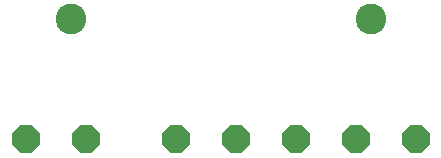
<source format=gbs>
G75*
G70*
%OFA0B0*%
%FSLAX24Y24*%
%IPPOS*%
%LPD*%
%AMOC8*
5,1,8,0,0,1.08239X$1,22.5*
%
%ADD10C,0.1025*%
%ADD11OC8,0.0930*%
D10*
X002681Y005181D03*
X012681Y005181D03*
D11*
X001181Y001181D03*
X003181Y001181D03*
X006181Y001181D03*
X008181Y001181D03*
X010181Y001181D03*
X012181Y001181D03*
X014181Y001181D03*
M02*

</source>
